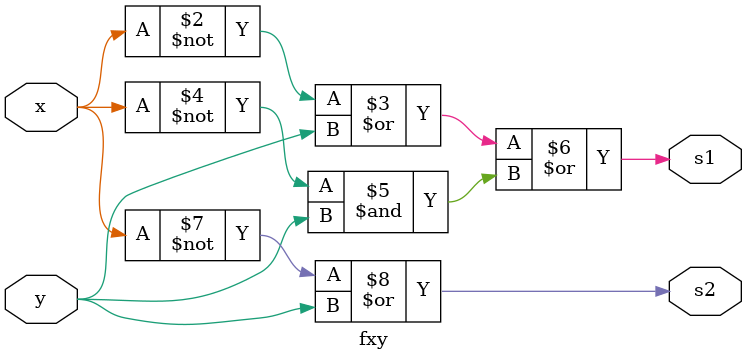
<source format=v>
/*
	Guia_0402b.v
	842536 - Mateus Henrique Medeiros Diniz
*/

module Guia_0402b;
	reg x, y;
	wire s1;
	wire s2;
	
	fxy f ( s1, s2, x, y);
	
	initial 
	begin: main
		integer i;

		$display("s1 = (x' + y) + (x' + y)");
		$display("s2 = x' + y");
		$display("x y | s1 | s2");
		$monitor("%b %b | %b  | %b", x, y, s1, s2);
		
		x = 0;
		y = 0;
		
		for(i = 0; i < 3; i++) begin
			#1;
			y = ~y;
			if((i + 1) % 2 == 0) begin
				x = ~x;
			end
		end
	end
endmodule

module fxy (output s1, s2, input x, y);
	assign s1 = (~x | y) | (~x & y);
	assign s2 = ~x | y;
endmodule
</source>
